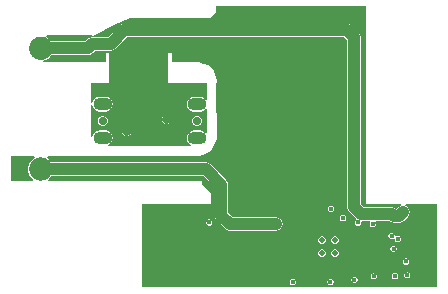
<source format=gbr>
%TF.GenerationSoftware,Altium Limited,Altium Designer,23.10.1 (27)*%
G04 Layer_Physical_Order=2*
G04 Layer_Color=36540*
%FSLAX45Y45*%
%MOMM*%
%TF.SameCoordinates,C732C167-A78C-4608-B65C-7F4C8643914A*%
%TF.FilePolarity,Positive*%
%TF.FileFunction,Copper,L2,Inr,Signal*%
%TF.Part,Single*%
G01*
G75*
%TA.AperFunction,Conductor*%
%ADD10C,0.10000*%
%ADD21C,1.00000*%
%TA.AperFunction,ComponentPad*%
%ADD22O,1.60000X1.10000*%
%ADD23C,0.71000*%
%TA.AperFunction,ViaPad*%
%ADD24C,0.40000*%
%ADD25C,0.50000*%
%ADD26C,0.80000*%
G36*
X26921460Y3023457D02*
X26921436Y3022339D01*
X26910083Y3015785D01*
X26909787Y3015399D01*
X26909317Y3015274D01*
X26898917Y3007294D01*
X26898676Y3006873D01*
X26898227Y3006687D01*
X26888956Y2997418D01*
X26888770Y2996969D01*
X26888351Y2996726D01*
X26880371Y2986326D01*
X26880243Y2985857D01*
X26879858Y2985561D01*
X26873303Y2974208D01*
X26873239Y2973727D01*
X26872897Y2973383D01*
X26867880Y2961272D01*
Y2960786D01*
X26867584Y2960400D01*
X26864191Y2947739D01*
X26864255Y2947257D01*
X26864011Y2946836D01*
X26862302Y2933839D01*
X26862427Y2933370D01*
X26862241Y2932921D01*
Y2919813D01*
X26862427Y2919363D01*
X26862302Y2918894D01*
X26864011Y2905897D01*
X26864255Y2905477D01*
X26864191Y2904995D01*
X26867584Y2892333D01*
X26867880Y2891948D01*
Y2891462D01*
X26872897Y2879351D01*
X26873239Y2879007D01*
X26873303Y2878525D01*
X26879858Y2867173D01*
X26880243Y2866877D01*
X26880371Y2866408D01*
X26888348Y2856008D01*
X26888770Y2855765D01*
X26888956Y2855316D01*
X26898227Y2846047D01*
X26898672Y2845861D01*
X26898917Y2845440D01*
X26909317Y2837460D01*
X26909320Y2835526D01*
X26897604Y2823083D01*
X26713919D01*
Y3035941D01*
X26714017Y3035983D01*
X26909558Y3036130D01*
X26921460Y3023457D01*
D02*
G37*
G36*
X29722421Y4301771D02*
Y2627661D01*
X30016013D01*
X30017264Y2614961D01*
X30014554Y2614422D01*
X29995865Y2601934D01*
X29981274Y2587343D01*
X29963644Y2599122D01*
X29941599Y2603507D01*
X29704739D01*
X29679907Y2628340D01*
Y4041121D01*
X29675522Y4063166D01*
X29663034Y4081855D01*
X29604456Y4140434D01*
X29585767Y4152922D01*
X29563721Y4157307D01*
X27675101D01*
X27653055Y4152922D01*
X27634366Y4140434D01*
X27536209Y4042278D01*
X27402930D01*
X27380884Y4037893D01*
X27362195Y4025405D01*
X27342969Y4006178D01*
X27059610D01*
X27058694Y4007765D01*
X27058310Y4008061D01*
X27058182Y4008530D01*
X27050204Y4018929D01*
X27049783Y4019173D01*
X27049597Y4019622D01*
X27040326Y4028891D01*
X27039880Y4029077D01*
X27039636Y4029498D01*
X27029236Y4037478D01*
X27028766Y4037603D01*
X27028470Y4037989D01*
X27017117Y4044543D01*
X27018213Y4057177D01*
X27018347Y4057846D01*
X27405048D01*
X27406912Y4055983D01*
X27591849Y4141550D01*
X27724414Y4202885D01*
X28400153Y4202883D01*
X28456509Y4259239D01*
Y4302581D01*
X29721609D01*
X29722421Y4301771D01*
D02*
G37*
G36*
X29564694Y4017260D02*
Y2626178D01*
Y2604479D01*
X29569077Y2582433D01*
X29581567Y2563744D01*
X29636908Y2508403D01*
X29639062Y2501189D01*
X29636630Y2492239D01*
X29633109Y2488717D01*
X29629074Y2478977D01*
Y2468434D01*
X29633109Y2458694D01*
X29640564Y2451240D01*
X29650305Y2447205D01*
X29660846D01*
X29670587Y2451240D01*
X29678040Y2458694D01*
X29682074Y2468434D01*
Y2478976D01*
X29691962Y2488293D01*
X29753256D01*
X29758517Y2475593D01*
X29756433Y2473511D01*
X29752399Y2463771D01*
Y2453229D01*
X29756433Y2443489D01*
X29763889Y2436034D01*
X29773630Y2432000D01*
X29784171D01*
X29793912Y2436034D01*
X29801367Y2443489D01*
X29805399Y2453229D01*
Y2463771D01*
X29801367Y2473511D01*
X29799283Y2475593D01*
X29804544Y2488293D01*
X29917737D01*
X29919864Y2486166D01*
X29938553Y2473678D01*
X29960599Y2469293D01*
X30002301D01*
X30024344Y2473678D01*
X30043033Y2486166D01*
X30077335Y2520466D01*
X30089822Y2539155D01*
X30094208Y2561200D01*
X30089822Y2583245D01*
X30077335Y2601934D01*
X30058646Y2614422D01*
X30055933Y2614961D01*
X30057184Y2627661D01*
X30311334D01*
X30324014Y2627612D01*
Y1927639D01*
X27834891D01*
X27822241Y1927760D01*
Y2627733D01*
X28412244D01*
X28411807Y2628172D01*
Y2727083D01*
X28399719D01*
X28329916Y2796883D01*
Y2810383D01*
X28329919Y2812878D01*
X28337747Y2820707D01*
X28335370Y2823084D01*
X28322162Y2823083D01*
X27040948D01*
X27029233Y2835526D01*
X27029236Y2837460D01*
X27039636Y2845440D01*
X27039877Y2845861D01*
X27040326Y2846047D01*
X27049597Y2855316D01*
X27049783Y2855765D01*
X27050204Y2856008D01*
X27058182Y2866408D01*
X27058310Y2866877D01*
X27058694Y2867173D01*
X27059607Y2868754D01*
X27107697D01*
X27107700Y2868755D01*
X27107703Y2868754D01*
X28342978D01*
X28441293Y2770439D01*
Y2532179D01*
X28445679Y2510134D01*
X28458167Y2491445D01*
X28528046Y2421566D01*
X28546735Y2409078D01*
X28568781Y2404693D01*
X28959097D01*
X28959235Y2404665D01*
X28981281Y2409051D01*
X28999969Y2421538D01*
X28999997Y2421566D01*
X29012485Y2440255D01*
X29016870Y2462300D01*
X29012485Y2484345D01*
X28999997Y2503034D01*
X28981308Y2515522D01*
X28959265Y2519907D01*
X28592639D01*
X28556506Y2556040D01*
Y2794300D01*
X28552121Y2816345D01*
X28539633Y2835034D01*
X28407574Y2967095D01*
X28388885Y2979583D01*
X28366840Y2983968D01*
X27107703D01*
X27107700Y2983968D01*
X27107697Y2983968D01*
X27059613D01*
X27058694Y2985561D01*
X27058310Y2985857D01*
X27058182Y2986326D01*
X27050204Y2996726D01*
X27049783Y2996969D01*
X27049597Y2997418D01*
X27040326Y3006687D01*
X27039880Y3006873D01*
X27039636Y3007294D01*
X27029236Y3015274D01*
X27028766Y3015399D01*
X27028470Y3015785D01*
X27017117Y3022339D01*
X27017072Y3023510D01*
X27028796Y3036219D01*
X28317273Y3037185D01*
X28362399Y3057529D01*
X28410187Y3079070D01*
X28457239Y3177150D01*
X28456509Y3624273D01*
X28457239Y3680213D01*
X28445752Y3725245D01*
X28437720Y3759480D01*
X28400113Y3797079D01*
X28388089Y3809111D01*
X28351550Y3817486D01*
X28328128Y3822865D01*
X28315033Y3825855D01*
X28315009Y3825878D01*
Y3830181D01*
X28079910D01*
Y3906181D01*
X28049509D01*
Y3658983D01*
X28049692Y3658802D01*
X28379309D01*
Y3517350D01*
X28366611Y3513498D01*
X28362039Y3520339D01*
X28341696Y3533932D01*
X28317700Y3538705D01*
X28267700D01*
X28243704Y3533932D01*
X28223361Y3520339D01*
X28209769Y3499996D01*
X28204996Y3476000D01*
X28209769Y3452004D01*
X28223361Y3431661D01*
X28243704Y3418068D01*
X28267700Y3413295D01*
X28317700D01*
X28341696Y3418068D01*
X28362039Y3431661D01*
X28366611Y3438503D01*
X28379309Y3434650D01*
Y3231350D01*
X28366611Y3227498D01*
X28362039Y3234339D01*
X28341696Y3247932D01*
X28317700Y3252705D01*
X28267700D01*
X28243704Y3247932D01*
X28223361Y3234339D01*
X28209769Y3213996D01*
X28204996Y3190000D01*
X28209769Y3166004D01*
X28223361Y3145661D01*
X28243704Y3132068D01*
X28244037Y3132002D01*
X28242786Y3119302D01*
X27542612D01*
X27541364Y3132002D01*
X27541696Y3132068D01*
X27562039Y3145661D01*
X27575632Y3166004D01*
X27580405Y3190000D01*
X27575632Y3213996D01*
X27562039Y3234339D01*
X27541696Y3247932D01*
X27517700Y3252705D01*
X27467700D01*
X27443704Y3247932D01*
X27423361Y3234339D01*
X27409769Y3213996D01*
X27406711Y3198624D01*
X27394009Y3199874D01*
Y3466126D01*
X27406711Y3467377D01*
X27409769Y3452004D01*
X27423361Y3431661D01*
X27443704Y3418068D01*
X27467700Y3413295D01*
X27517700D01*
X27541696Y3418068D01*
X27562039Y3431661D01*
X27575632Y3452004D01*
X27580405Y3476000D01*
X27575632Y3499996D01*
X27562039Y3520339D01*
X27541696Y3533932D01*
X27517700Y3538705D01*
X27467700D01*
X27443704Y3533932D01*
X27423361Y3520339D01*
X27409769Y3499996D01*
X27406711Y3484623D01*
X27394009Y3485874D01*
Y3658802D01*
X27549216D01*
Y3905889D01*
X27549509Y3906181D01*
X27519110D01*
Y3830181D01*
X27000031D01*
X26990475Y3842881D01*
X26990649Y3843486D01*
X27003311Y3846879D01*
X27003696Y3847174D01*
X27004181D01*
X27016293Y3852191D01*
X27016635Y3852535D01*
X27017117Y3852598D01*
X27028470Y3859153D01*
X27028766Y3859538D01*
X27029236Y3859664D01*
X27039636Y3867644D01*
X27039877Y3868065D01*
X27040326Y3868251D01*
X27049597Y3877520D01*
X27049783Y3877969D01*
X27050204Y3878212D01*
X27058182Y3888612D01*
X27058310Y3889081D01*
X27058694Y3889377D01*
X27059610Y3890964D01*
X27366830D01*
X27388873Y3895349D01*
X27407562Y3907836D01*
X27426791Y3927064D01*
X27560071D01*
X27582117Y3931449D01*
X27600806Y3943936D01*
X27698962Y4042093D01*
X29539859D01*
X29564694Y4017260D01*
D02*
G37*
%LPC*%
G36*
X28048169Y3387384D02*
Y3362049D01*
X28073505D01*
X28069379Y3372007D01*
X28058127Y3383259D01*
X28048169Y3387384D01*
D02*
G37*
G36*
X28022769D02*
X28012811Y3383259D01*
X28001559Y3372007D01*
X27997433Y3362049D01*
X28022769D01*
Y3387384D01*
D02*
G37*
G36*
X28073505Y3336649D02*
X28048169D01*
Y3311314D01*
X28058127Y3315439D01*
X28069379Y3326691D01*
X28073505Y3336649D01*
D02*
G37*
G36*
X28022769D02*
X27997433D01*
X28001559Y3326691D01*
X28012811Y3315439D01*
X28022769Y3311314D01*
Y3336649D01*
D02*
G37*
G36*
X28301053Y3375000D02*
X28284344D01*
X28268909Y3368606D01*
X28257095Y3356791D01*
X28250699Y3341355D01*
Y3324646D01*
X28257095Y3309209D01*
X28268909Y3297394D01*
X28284344Y3291000D01*
X28301053D01*
X28316492Y3297394D01*
X28328305Y3309209D01*
X28334698Y3324646D01*
Y3341355D01*
X28328305Y3356791D01*
X28316492Y3368606D01*
X28301053Y3375000D01*
D02*
G37*
G36*
X27501053D02*
X27484344D01*
X27468909Y3368606D01*
X27457095Y3356791D01*
X27450699Y3341355D01*
Y3324646D01*
X27457095Y3309209D01*
X27468909Y3297394D01*
X27484344Y3291000D01*
X27501053D01*
X27516492Y3297394D01*
X27528305Y3309209D01*
X27534698Y3324646D01*
Y3341355D01*
X27528305Y3356791D01*
X27516492Y3368606D01*
X27501053Y3375000D01*
D02*
G37*
G36*
X27710400Y3282535D02*
Y3257200D01*
X27735736D01*
X27731610Y3267158D01*
X27720358Y3278410D01*
X27710400Y3282535D01*
D02*
G37*
G36*
X27685001D02*
X27675043Y3278410D01*
X27663791Y3267158D01*
X27659665Y3257200D01*
X27685001D01*
Y3282535D01*
D02*
G37*
G36*
X27735736Y3231800D02*
X27710400D01*
Y3206465D01*
X27720358Y3210590D01*
X27731610Y3221842D01*
X27735736Y3231800D01*
D02*
G37*
G36*
X27685001D02*
X27659665D01*
X27663791Y3221842D01*
X27675043Y3210590D01*
X27685001Y3206465D01*
Y3231800D01*
D02*
G37*
G36*
X29431970Y2617000D02*
X29421429D01*
X29411688Y2612966D01*
X29404233Y2605511D01*
X29400201Y2595771D01*
Y2585229D01*
X29404233Y2575489D01*
X29411688Y2568034D01*
X29421429Y2564000D01*
X29431970D01*
X29441711Y2568034D01*
X29449167Y2575489D01*
X29453201Y2585229D01*
Y2595771D01*
X29449167Y2605511D01*
X29441711Y2612966D01*
X29431970Y2617000D01*
D02*
G37*
G36*
X29532275Y2539094D02*
X29521735D01*
X29511993Y2535060D01*
X29504538Y2527606D01*
X29500504Y2517866D01*
Y2507323D01*
X29504538Y2497583D01*
X29511993Y2490129D01*
X29521735Y2486094D01*
X29532275D01*
X29542017Y2490129D01*
X29549472Y2497583D01*
X29553506Y2507323D01*
Y2517866D01*
X29549472Y2527606D01*
X29542017Y2535060D01*
X29532275Y2539094D01*
D02*
G37*
G36*
X29859100Y2456284D02*
Y2453400D01*
X29861984D01*
X29859100Y2456284D01*
D02*
G37*
G36*
X29833701D02*
X29830814Y2453400D01*
X29833701D01*
Y2456284D01*
D02*
G37*
G36*
X28400470Y2500100D02*
X28389929D01*
X28380188Y2496066D01*
X28372733Y2488611D01*
X28368701Y2478871D01*
Y2468329D01*
X28372733Y2458589D01*
X28380188Y2451134D01*
X28389929Y2447100D01*
X28400470D01*
X28410211Y2451134D01*
X28417667Y2458589D01*
X28421701Y2468329D01*
Y2478871D01*
X28417667Y2488611D01*
X28410211Y2496066D01*
X28400470Y2500100D01*
D02*
G37*
G36*
X29666299Y2428684D02*
Y2425800D01*
X29669183D01*
X29666299Y2428684D01*
D02*
G37*
G36*
X29640900D02*
X29638016Y2425800D01*
X29640900D01*
Y2428684D01*
D02*
G37*
G36*
X29861984Y2428000D02*
X29859100D01*
Y2425116D01*
X29861984Y2428000D01*
D02*
G37*
G36*
X29833701D02*
X29830814D01*
X29833701Y2425116D01*
Y2428000D01*
D02*
G37*
G36*
X29669183Y2400400D02*
X29666299D01*
Y2397516D01*
X29669183Y2400400D01*
D02*
G37*
G36*
X29640900D02*
X29638016D01*
X29640900Y2397516D01*
Y2400400D01*
D02*
G37*
G36*
X29944470Y2388900D02*
X29933929D01*
X29924188Y2384866D01*
X29916733Y2377411D01*
X29912701Y2367671D01*
Y2357129D01*
X29916733Y2347389D01*
X29924188Y2339934D01*
X29933929Y2335900D01*
X29944470D01*
X29952969Y2339419D01*
X29958948Y2337067D01*
X29965399Y2333162D01*
Y2328229D01*
X29969434Y2318489D01*
X29976889Y2311034D01*
X29986630Y2307000D01*
X29997171D01*
X30006912Y2311034D01*
X30014365Y2318489D01*
X30018399Y2328229D01*
Y2338771D01*
X30014365Y2348511D01*
X30006912Y2355966D01*
X29997171Y2360000D01*
X29986630D01*
X29978131Y2356481D01*
X29972153Y2358833D01*
X29965701Y2362738D01*
Y2367671D01*
X29961667Y2377411D01*
X29954211Y2384866D01*
X29944470Y2388900D01*
D02*
G37*
G36*
X29465265Y2355300D02*
X29452734D01*
X29441156Y2350505D01*
X29432294Y2341644D01*
X29427499Y2330066D01*
Y2317534D01*
X29432294Y2305957D01*
X29441156Y2297095D01*
X29452734Y2292300D01*
X29465265D01*
X29476843Y2297095D01*
X29485706Y2305957D01*
X29490500Y2317534D01*
Y2330066D01*
X29485706Y2341644D01*
X29476843Y2350505D01*
X29465265Y2355300D01*
D02*
G37*
G36*
X29355267D02*
X29342734D01*
X29331155Y2350505D01*
X29322296Y2341644D01*
X29317499Y2330066D01*
Y2317534D01*
X29322296Y2305957D01*
X29331155Y2297095D01*
X29342734Y2292300D01*
X29355267D01*
X29366843Y2297095D01*
X29375705Y2305957D01*
X29380499Y2317534D01*
Y2330066D01*
X29375705Y2341644D01*
X29366843Y2350505D01*
X29355267Y2355300D01*
D02*
G37*
G36*
X29960770Y2277200D02*
X29950229D01*
X29940488Y2273166D01*
X29933035Y2265711D01*
X29929001Y2255971D01*
Y2245429D01*
X29933035Y2235689D01*
X29940488Y2228234D01*
X29950229Y2224200D01*
X29960770D01*
X29970511Y2228234D01*
X29977966Y2235689D01*
X29982001Y2245429D01*
Y2255971D01*
X29977966Y2265711D01*
X29970511Y2273166D01*
X29960770Y2277200D01*
D02*
G37*
G36*
X29465265Y2245300D02*
X29452734D01*
X29441156Y2240505D01*
X29432294Y2231643D01*
X29427499Y2220066D01*
Y2207534D01*
X29432294Y2195956D01*
X29441156Y2187095D01*
X29452734Y2182300D01*
X29465265D01*
X29476843Y2187095D01*
X29485706Y2195956D01*
X29490500Y2207534D01*
Y2220066D01*
X29485706Y2231643D01*
X29476843Y2240505D01*
X29465265Y2245300D01*
D02*
G37*
G36*
X29355267D02*
X29342734D01*
X29331155Y2240505D01*
X29322296Y2231643D01*
X29317499Y2220066D01*
Y2207534D01*
X29322296Y2195956D01*
X29331155Y2187095D01*
X29342734Y2182300D01*
X29355267D01*
X29366843Y2187095D01*
X29375705Y2195956D01*
X29380499Y2207534D01*
Y2220066D01*
X29375705Y2231643D01*
X29366843Y2240505D01*
X29355267Y2245300D01*
D02*
G37*
G36*
X30065570Y2169900D02*
X30055029D01*
X30045288Y2165866D01*
X30037833Y2158411D01*
X30033801Y2148671D01*
Y2138129D01*
X30037833Y2128389D01*
X30045288Y2120934D01*
X30055029Y2116900D01*
X30065570D01*
X30075311Y2120934D01*
X30082767Y2128389D01*
X30086801Y2138129D01*
Y2148671D01*
X30082767Y2158411D01*
X30075311Y2165866D01*
X30065570Y2169900D01*
D02*
G37*
G36*
X30077371Y2053400D02*
X30066830D01*
X30057089Y2049366D01*
X30049634Y2041911D01*
X30045599Y2032171D01*
Y2021629D01*
X30049634Y2011889D01*
X30057089Y2004434D01*
X30066830Y2000400D01*
X30077371D01*
X30087112Y2004434D01*
X30094565Y2011889D01*
X30098599Y2021629D01*
Y2032171D01*
X30094565Y2041911D01*
X30087112Y2049366D01*
X30077371Y2053400D01*
D02*
G37*
G36*
X29974371Y2047400D02*
X29963828D01*
X29954089Y2043366D01*
X29946634Y2035911D01*
X29942599Y2026171D01*
Y2015629D01*
X29946634Y2005889D01*
X29954089Y1998434D01*
X29963828Y1994400D01*
X29974371D01*
X29984109Y1998434D01*
X29991565Y2005889D01*
X29995599Y2015629D01*
Y2026171D01*
X29991565Y2035911D01*
X29984109Y2043366D01*
X29974371Y2047400D01*
D02*
G37*
G36*
X29792972Y2045000D02*
X29782428D01*
X29772690Y2040966D01*
X29765234Y2033511D01*
X29761200Y2023771D01*
Y2013229D01*
X29765234Y2003489D01*
X29772690Y1996034D01*
X29782428Y1992000D01*
X29792972D01*
X29802710Y1996034D01*
X29810165Y2003489D01*
X29814200Y2013229D01*
Y2023771D01*
X29810165Y2033511D01*
X29802710Y2040966D01*
X29792972Y2045000D01*
D02*
G37*
G36*
X29629572Y2016000D02*
X29619028D01*
X29609290Y2011966D01*
X29601834Y2004511D01*
X29597800Y1994771D01*
Y1984229D01*
X29601834Y1974489D01*
X29609290Y1967034D01*
X29619028Y1963000D01*
X29629572D01*
X29639310Y1967034D01*
X29646765Y1974489D01*
X29650800Y1984229D01*
Y1994771D01*
X29646765Y2004511D01*
X29639310Y2011966D01*
X29629572Y2016000D01*
D02*
G37*
G36*
X29426770Y1997400D02*
X29416229D01*
X29406488Y1993366D01*
X29399033Y1985911D01*
X29395001Y1976171D01*
Y1965629D01*
X29399033Y1955889D01*
X29406488Y1948434D01*
X29416229Y1944400D01*
X29426770D01*
X29436511Y1948434D01*
X29443967Y1955889D01*
X29448001Y1965629D01*
Y1976171D01*
X29443967Y1985911D01*
X29436511Y1993366D01*
X29426770Y1997400D01*
D02*
G37*
G36*
X29107672Y1996900D02*
X29097128D01*
X29087390Y1992866D01*
X29079935Y1985411D01*
X29075900Y1975671D01*
Y1965129D01*
X29079935Y1955389D01*
X29087390Y1947934D01*
X29097128Y1943900D01*
X29107672D01*
X29117410Y1947934D01*
X29124866Y1955389D01*
X29128900Y1965129D01*
Y1975671D01*
X29124866Y1985411D01*
X29117410Y1992866D01*
X29107672Y1996900D01*
D02*
G37*
%LPD*%
G36*
G01X26869275Y2926367D02*
G03X26969278Y2826367I100000J0D01*
G03X27069278Y2926367I0J100000D01*
G03X26969278Y3026367I-100000J0D01*
G03X26869275Y2926367I0J-100000D01*
D02*
G37*
G36*
G01Y3948571D02*
G03X26969278Y3848571I100000J0D01*
G03X27069278Y3948571I0J100000D01*
G03X26969278Y4048571I-100000J0D01*
G03X26869275Y3948571I0J-100000D01*
D02*
G37*
D10*
X27107697Y2926361D02*
X27107703D01*
D21*
X29622299Y2604479D02*
X29680878Y2545900D01*
X29941599D01*
X29622299Y2604479D02*
Y2626178D01*
X28568781Y2462300D02*
X28959265D01*
X28498901Y2532179D02*
X28568781Y2462300D01*
X28959235Y2462272D02*
X28959265Y2462300D01*
X28366840Y2926361D02*
X28498901Y2794300D01*
Y2532179D02*
Y2794300D01*
X27107703Y2926361D02*
X28366840D01*
X26969281D02*
X27107697D01*
X29622299Y2626178D02*
Y4041121D01*
X29941599Y2545900D02*
X29960599Y2526900D01*
X30002301D01*
X30036600Y2561200D01*
X27675101Y4099700D02*
X29563721D01*
X29622299Y4041121D01*
X26969278Y3948571D02*
X27366830D01*
X27560071Y3984671D02*
X27675101Y4099700D01*
X27402930Y3984671D02*
X27560071D01*
X27366830Y3948571D02*
X27402930Y3984671D01*
D22*
X27492700Y3476000D02*
D03*
Y3190000D02*
D03*
X28292700D02*
D03*
Y3476000D02*
D03*
D23*
X27492700Y3333000D02*
D03*
X28292700D02*
D03*
D24*
X29846399Y2440700D02*
D03*
X29655576Y2473705D02*
D03*
X29527005Y2512594D02*
D03*
X29778900Y2458500D02*
D03*
X29653601Y2413100D02*
D03*
X28533838Y2497239D02*
D03*
X28804547Y2462272D02*
D03*
X28959235D02*
D03*
X28655518Y2456613D02*
D03*
X28395200Y2473600D02*
D03*
X29955499Y2250700D02*
D03*
X29991901Y2333500D02*
D03*
X30060300Y2143400D02*
D03*
X30072101Y2026900D02*
D03*
X29969101Y2020900D02*
D03*
X29939200Y2362400D02*
D03*
X29941599Y2545900D02*
D03*
X30036600Y2561200D02*
D03*
X29987701Y2504500D02*
D03*
X29102399Y1970400D02*
D03*
X29426700Y2590500D02*
D03*
X29624301Y1989500D02*
D03*
X29421500Y1970900D02*
D03*
X29787701Y2018500D02*
D03*
D25*
X29459000Y2323800D02*
D03*
Y2213800D02*
D03*
X29348999Y2323800D02*
D03*
Y2213800D02*
D03*
D26*
X27697699Y3244500D02*
D03*
X28035468Y3349349D02*
D03*
%TF.MD5,808395c51bcec4b49c01fd269caeeafc*%
M02*

</source>
